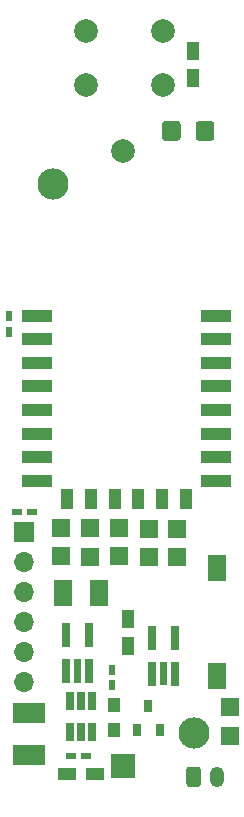
<source format=gbr>
G04 #@! TF.GenerationSoftware,KiCad,Pcbnew,(5.1.9)-1*
G04 #@! TF.CreationDate,2021-03-01T14:13:03+01:00*
G04 #@! TF.ProjectId,button v2_1 - AA [TPL5110],62757474-6f6e-4207-9632-5f31202d2041,rev?*
G04 #@! TF.SameCoordinates,Original*
G04 #@! TF.FileFunction,Soldermask,Top*
G04 #@! TF.FilePolarity,Negative*
%FSLAX46Y46*%
G04 Gerber Fmt 4.6, Leading zero omitted, Abs format (unit mm)*
G04 Created by KiCad (PCBNEW (5.1.9)-1) date 2021-03-01 14:13:03*
%MOMM*%
%LPD*%
G01*
G04 APERTURE LIST*
%ADD10R,0.650000X2.000000*%
%ADD11C,0.100000*%
%ADD12R,1.650000X2.250000*%
%ADD13R,1.000000X1.200000*%
%ADD14R,0.800000X1.000000*%
%ADD15R,0.650000X1.500000*%
%ADD16R,1.100000X1.500000*%
%ADD17R,0.620000X0.900000*%
%ADD18R,0.900000X0.620000*%
%ADD19R,2.794000X1.778000*%
%ADD20R,1.500000X1.100000*%
%ADD21R,1.500000X1.500000*%
%ADD22R,2.500000X1.000000*%
%ADD23R,1.000000X1.800000*%
%ADD24O,1.200000X1.750000*%
%ADD25O,1.700000X1.700000*%
%ADD26R,1.700000X1.700000*%
%ADD27R,1.600000X2.180000*%
%ADD28C,2.000000*%
%ADD29R,2.000000X2.000000*%
%ADD30C,2.640000*%
G04 APERTURE END LIST*
D10*
G04 #@! TO.C,PS1*
X122150000Y-98500000D03*
X124050000Y-98500000D03*
X124050000Y-101550000D03*
D11*
G36*
X123425000Y-102550000D02*
G01*
X122775000Y-102550000D01*
X122775000Y-100550000D01*
X123425000Y-100550000D01*
X123425000Y-102550000D01*
G37*
D10*
X122150000Y-101550000D03*
G04 #@! TD*
D12*
G04 #@! TO.C,C4*
X121850000Y-94900000D03*
X124950000Y-94900000D03*
G04 #@! TD*
D13*
G04 #@! TO.C,R8*
X126200000Y-104400000D03*
X126200000Y-106500000D03*
G04 #@! TD*
D14*
G04 #@! TO.C,U3*
X129100000Y-104450000D03*
X130050000Y-106550000D03*
X128150000Y-106550000D03*
G04 #@! TD*
D15*
G04 #@! TO.C,U1*
X123400000Y-104100000D03*
X122450000Y-104100000D03*
X124350000Y-104100000D03*
X124350000Y-106700000D03*
X123400000Y-106700000D03*
X122450000Y-106700000D03*
G04 #@! TD*
D16*
G04 #@! TO.C,R6*
X132900000Y-51350000D03*
X132900000Y-49050000D03*
G04 #@! TD*
D17*
G04 #@! TO.C,C7*
X126000000Y-101450000D03*
X126000000Y-102750000D03*
G04 #@! TD*
D18*
G04 #@! TO.C,C6*
X123850000Y-108700000D03*
X122550000Y-108700000D03*
G04 #@! TD*
D19*
G04 #@! TO.C,L1*
X118960000Y-108658000D03*
X118960000Y-105102000D03*
G04 #@! TD*
G04 #@! TO.C,D1*
G36*
G01*
X131850000Y-55225000D02*
X131850000Y-56375000D01*
G75*
G02*
X131600000Y-56625000I-250000J0D01*
G01*
X130500000Y-56625000D01*
G75*
G02*
X130250000Y-56375000I0J250000D01*
G01*
X130250000Y-55225000D01*
G75*
G02*
X130500000Y-54975000I250000J0D01*
G01*
X131600000Y-54975000D01*
G75*
G02*
X131850000Y-55225000I0J-250000D01*
G01*
G37*
G36*
G01*
X134700000Y-55225000D02*
X134700000Y-56375000D01*
G75*
G02*
X134450000Y-56625000I-250000J0D01*
G01*
X133350000Y-56625000D01*
G75*
G02*
X133100000Y-56375000I0J250000D01*
G01*
X133100000Y-55225000D01*
G75*
G02*
X133350000Y-54975000I250000J0D01*
G01*
X134450000Y-54975000D01*
G75*
G02*
X134700000Y-55225000I0J-250000D01*
G01*
G37*
G04 #@! TD*
D10*
G04 #@! TO.C,U2*
X129450000Y-98700000D03*
X131350000Y-98700000D03*
X131350000Y-101750000D03*
D11*
G36*
X130725000Y-102750000D02*
G01*
X130075000Y-102750000D01*
X130075000Y-100750000D01*
X130725000Y-100750000D01*
X130725000Y-102750000D01*
G37*
D10*
X129450000Y-101750000D03*
G04 #@! TD*
D16*
G04 #@! TO.C,C3*
X127400000Y-99450000D03*
X127400000Y-97150000D03*
G04 #@! TD*
D20*
G04 #@! TO.C,C1*
X124550000Y-110250000D03*
X122250000Y-110250000D03*
G04 #@! TD*
D21*
G04 #@! TO.C,R3*
X124180000Y-89450000D03*
X124180000Y-91850000D03*
G04 #@! TD*
G04 #@! TO.C,R1*
X121730000Y-89390000D03*
X121730000Y-91790000D03*
G04 #@! TD*
G04 #@! TO.C,R7*
X135990000Y-104590000D03*
X135990000Y-106990000D03*
G04 #@! TD*
G04 #@! TO.C,R5*
X131500000Y-89500000D03*
X131500000Y-91900000D03*
G04 #@! TD*
G04 #@! TO.C,R4*
X126650000Y-89425000D03*
X126650000Y-91825000D03*
G04 #@! TD*
G04 #@! TO.C,R2*
X129200000Y-89500000D03*
X129200000Y-91900000D03*
G04 #@! TD*
D17*
G04 #@! TO.C,C2*
X117348000Y-71486000D03*
X117348000Y-72786000D03*
G04 #@! TD*
D22*
G04 #@! TO.C,X1*
X134854000Y-71430000D03*
X134854000Y-73430000D03*
X134854000Y-75430000D03*
X134854000Y-77430000D03*
X134854000Y-79430000D03*
X134854000Y-81430000D03*
X134854000Y-83430000D03*
X134854000Y-85430000D03*
D23*
X132254000Y-86930000D03*
X130254000Y-86930000D03*
X128254000Y-86930000D03*
X126254000Y-86930000D03*
X124254000Y-86930000D03*
X122254000Y-86930000D03*
D22*
X119654000Y-85430000D03*
X119654000Y-83430000D03*
X119654000Y-81430000D03*
X119654000Y-79430000D03*
X119654000Y-77430000D03*
X119654000Y-75430000D03*
X119654000Y-73430000D03*
X119654000Y-71430000D03*
G04 #@! TD*
D18*
G04 #@! TO.C,C5*
X117975000Y-88025000D03*
X119275000Y-88025000D03*
G04 #@! TD*
D24*
G04 #@! TO.C,BT2*
X134930000Y-110490000D03*
G36*
G01*
X132330000Y-111115001D02*
X132330000Y-109864999D01*
G75*
G02*
X132579999Y-109615000I249999J0D01*
G01*
X133280001Y-109615000D01*
G75*
G02*
X133530000Y-109864999I0J-249999D01*
G01*
X133530000Y-111115001D01*
G75*
G02*
X133280001Y-111365000I-249999J0D01*
G01*
X132579999Y-111365000D01*
G75*
G02*
X132330000Y-111115001I0J249999D01*
G01*
G37*
G04 #@! TD*
D25*
G04 #@! TO.C,J1*
X118560000Y-102470000D03*
X118560000Y-99930000D03*
X118560000Y-97390000D03*
X118560000Y-94850000D03*
X118560000Y-92310000D03*
D26*
X118560000Y-89770000D03*
G04 #@! TD*
D27*
G04 #@! TO.C,SW2*
X134890000Y-92800000D03*
X134890000Y-101980000D03*
G04 #@! TD*
D28*
G04 #@! TO.C,SW1*
X123850000Y-51880000D03*
X123850000Y-47380000D03*
X130350000Y-51880000D03*
X130350000Y-47380000D03*
G04 #@! TD*
D29*
G04 #@! TO.C,BT1*
X127000000Y-109530000D03*
D28*
X127000000Y-57540000D03*
D30*
X121005000Y-60300000D03*
X132995000Y-106780000D03*
G04 #@! TD*
M02*

</source>
